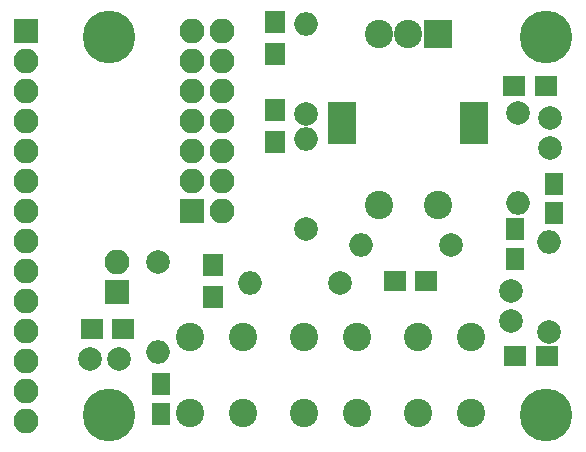
<source format=gbr>
G04 #@! TF.FileFunction,Soldermask,Bot*
%FSLAX46Y46*%
G04 Gerber Fmt 4.6, Leading zero omitted, Abs format (unit mm)*
G04 Created by KiCad (PCBNEW 4.0.7) date 10/24/19 10:18:53*
%MOMM*%
%LPD*%
G01*
G04 APERTURE LIST*
%ADD10C,0.100000*%
%ADD11C,2.400000*%
%ADD12R,2.400000X3.600000*%
%ADD13R,2.400000X2.400000*%
%ADD14C,2.000000*%
%ADD15O,2.000000X2.000000*%
%ADD16R,2.100000X2.100000*%
%ADD17O,2.100000X2.100000*%
%ADD18R,1.700000X1.900000*%
%ADD19R,1.900000X1.700000*%
%ADD20C,4.464000*%
%ADD21R,1.650000X1.900000*%
G04 APERTURE END LIST*
D10*
D11*
X133836400Y-69770400D03*
X138836400Y-69770400D03*
D12*
X130736400Y-62770400D03*
X141936400Y-62770400D03*
D11*
X133836400Y-55270400D03*
X136336400Y-55270400D03*
D13*
X138836400Y-55270400D03*
D14*
X127635000Y-61988700D03*
D15*
X127635000Y-54368700D03*
D16*
X118021100Y-70269100D03*
D17*
X120561100Y-70269100D03*
X118021100Y-67729100D03*
X120561100Y-67729100D03*
X118021100Y-65189100D03*
X120561100Y-65189100D03*
X118021100Y-62649100D03*
X120561100Y-62649100D03*
X118021100Y-60109100D03*
X120561100Y-60109100D03*
X118021100Y-57569100D03*
X120561100Y-57569100D03*
X118021100Y-55029100D03*
X120561100Y-55029100D03*
D16*
X111648240Y-77086460D03*
D17*
X111648240Y-74546460D03*
D18*
X125082300Y-64405500D03*
X125082300Y-61705500D03*
D14*
X127635000Y-71805800D03*
D15*
X127635000Y-64185800D03*
D18*
X125031500Y-56950600D03*
X125031500Y-54250600D03*
D19*
X137875000Y-76200000D03*
X135175000Y-76200000D03*
D14*
X139954000Y-73152000D03*
D15*
X132334000Y-73152000D03*
D18*
X119761000Y-74850000D03*
X119761000Y-77550000D03*
D14*
X130556000Y-76327000D03*
D15*
X122936000Y-76327000D03*
D11*
X141660000Y-87376000D03*
X137160000Y-87376000D03*
X141660000Y-80876000D03*
X137160000Y-80876000D03*
X132008000Y-87376000D03*
X127508000Y-87376000D03*
X132008000Y-80876000D03*
X127508000Y-80876000D03*
X122356000Y-87376000D03*
X117856000Y-87376000D03*
X122356000Y-80876000D03*
X117856000Y-80876000D03*
D16*
X104000000Y-55000000D03*
D17*
X104000000Y-57540000D03*
X104000000Y-60080000D03*
X104000000Y-62620000D03*
X104000000Y-65160000D03*
X104000000Y-67700000D03*
X104000000Y-70240000D03*
X104000000Y-72780000D03*
X104000000Y-75320000D03*
X104000000Y-77860000D03*
X104000000Y-80400000D03*
X104000000Y-82940000D03*
X104000000Y-85480000D03*
X104000000Y-88020000D03*
D20*
X111000000Y-55500000D03*
X148000000Y-87500000D03*
X111000000Y-87500000D03*
X148000000Y-55500000D03*
D21*
X148691600Y-70439600D03*
X148691600Y-67939600D03*
D14*
X148361400Y-62407800D03*
X148361400Y-64907800D03*
D21*
X145389600Y-71775000D03*
X145389600Y-74275000D03*
D14*
X145034000Y-79552800D03*
X145034000Y-77052800D03*
D21*
X115404900Y-84894100D03*
X115404900Y-87394100D03*
D14*
X111861600Y-82791300D03*
X109361600Y-82791300D03*
D19*
X145309600Y-59690000D03*
X148009600Y-59690000D03*
D14*
X145656300Y-61912500D03*
D15*
X145656300Y-69532500D03*
D19*
X148111200Y-82499200D03*
X145411200Y-82499200D03*
D14*
X148234400Y-80467200D03*
D15*
X148234400Y-72847200D03*
D19*
X109515920Y-80271620D03*
X112215920Y-80271620D03*
D14*
X115112800Y-74515980D03*
D15*
X115112800Y-82135980D03*
M02*

</source>
